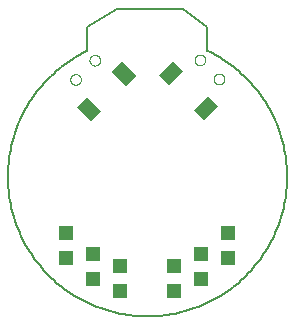
<source format=gtp>
G75*
%MOIN*%
%OFA0B0*%
%FSLAX25Y25*%
%IPPOS*%
%LPD*%
%AMOC8*
5,1,8,0,0,1.08239X$1,22.5*
%
%ADD10C,0.00600*%
%ADD11R,0.04724X0.04724*%
%ADD12C,0.00000*%
%ADD13R,0.06693X0.04724*%
D10*
X0031300Y0093300D02*
X0030276Y0092797D01*
X0029265Y0092269D01*
X0028267Y0091717D01*
X0027283Y0091140D01*
X0026314Y0090539D01*
X0025359Y0089915D01*
X0024420Y0089267D01*
X0023498Y0088597D01*
X0022591Y0087904D01*
X0021703Y0087189D01*
X0020832Y0086453D01*
X0019979Y0085695D01*
X0019145Y0084917D01*
X0018331Y0084118D01*
X0017536Y0083300D01*
X0016761Y0082463D01*
X0016008Y0081606D01*
X0015275Y0080732D01*
X0014565Y0079840D01*
X0013876Y0078931D01*
X0013210Y0078005D01*
X0012567Y0077063D01*
X0011947Y0076106D01*
X0011350Y0075133D01*
X0010778Y0074147D01*
X0010230Y0073146D01*
X0009707Y0072133D01*
X0009208Y0071107D01*
X0008735Y0070069D01*
X0008288Y0069020D01*
X0007867Y0067960D01*
X0007471Y0066890D01*
X0007102Y0065811D01*
X0006760Y0064723D01*
X0006444Y0063627D01*
X0006155Y0062523D01*
X0005894Y0061413D01*
X0005659Y0060297D01*
X0005452Y0059175D01*
X0005273Y0058049D01*
X0005122Y0056918D01*
X0004998Y0055784D01*
X0004902Y0054648D01*
X0004833Y0053509D01*
X0004793Y0052369D01*
X0004781Y0051229D01*
X0004797Y0050088D01*
X0004840Y0048948D01*
X0004912Y0047810D01*
X0005012Y0046674D01*
X0005139Y0045540D01*
X0005294Y0044410D01*
X0005477Y0043285D01*
X0005687Y0042163D01*
X0005925Y0041048D01*
X0006190Y0039938D01*
X0006482Y0038836D01*
X0006801Y0037741D01*
X0007147Y0036654D01*
X0007519Y0035576D01*
X0007918Y0034507D01*
X0008343Y0033449D01*
X0008793Y0032401D01*
X0009269Y0031364D01*
X0009771Y0030340D01*
X0010297Y0029328D01*
X0010848Y0028329D01*
X0011423Y0027344D01*
X0012023Y0026374D01*
X0012646Y0025418D01*
X0013292Y0024478D01*
X0013961Y0023555D01*
X0014652Y0022648D01*
X0015366Y0021758D01*
X0016101Y0020886D01*
X0016857Y0020032D01*
X0017634Y0019197D01*
X0018431Y0018381D01*
X0019248Y0017585D01*
X0020085Y0016809D01*
X0020940Y0016054D01*
X0021813Y0015321D01*
X0022704Y0014608D01*
X0023612Y0013918D01*
X0024537Y0013251D01*
X0025478Y0012606D01*
X0026434Y0011985D01*
X0027405Y0011387D01*
X0028391Y0010813D01*
X0029391Y0010263D01*
X0030403Y0009739D01*
X0031429Y0009239D01*
X0032466Y0008764D01*
X0033514Y0008315D01*
X0034574Y0007892D01*
X0035643Y0007495D01*
X0036722Y0007124D01*
X0037809Y0006780D01*
X0038905Y0006463D01*
X0040008Y0006172D01*
X0041117Y0005909D01*
X0042233Y0005673D01*
X0043355Y0005465D01*
X0044481Y0005284D01*
X0045611Y0005130D01*
X0046745Y0005005D01*
X0047881Y0004907D01*
X0049020Y0004837D01*
X0050159Y0004795D01*
X0051300Y0004781D01*
X0052441Y0004795D01*
X0053580Y0004837D01*
X0054719Y0004907D01*
X0055855Y0005005D01*
X0056989Y0005130D01*
X0058119Y0005284D01*
X0059245Y0005465D01*
X0060367Y0005673D01*
X0061483Y0005909D01*
X0062592Y0006172D01*
X0063695Y0006463D01*
X0064791Y0006780D01*
X0065878Y0007124D01*
X0066957Y0007495D01*
X0068026Y0007892D01*
X0069086Y0008315D01*
X0070134Y0008764D01*
X0071171Y0009239D01*
X0072197Y0009739D01*
X0073209Y0010263D01*
X0074209Y0010813D01*
X0075195Y0011387D01*
X0076166Y0011985D01*
X0077122Y0012606D01*
X0078063Y0013251D01*
X0078988Y0013918D01*
X0079896Y0014608D01*
X0080787Y0015321D01*
X0081660Y0016054D01*
X0082515Y0016809D01*
X0083352Y0017585D01*
X0084169Y0018381D01*
X0084966Y0019197D01*
X0085743Y0020032D01*
X0086499Y0020886D01*
X0087234Y0021758D01*
X0087948Y0022648D01*
X0088639Y0023555D01*
X0089308Y0024478D01*
X0089954Y0025418D01*
X0090577Y0026374D01*
X0091177Y0027344D01*
X0091752Y0028329D01*
X0092303Y0029328D01*
X0092829Y0030340D01*
X0093331Y0031364D01*
X0093807Y0032401D01*
X0094257Y0033449D01*
X0094682Y0034507D01*
X0095081Y0035576D01*
X0095453Y0036654D01*
X0095799Y0037741D01*
X0096118Y0038836D01*
X0096410Y0039938D01*
X0096675Y0041048D01*
X0096913Y0042163D01*
X0097123Y0043285D01*
X0097306Y0044410D01*
X0097461Y0045540D01*
X0097588Y0046674D01*
X0097688Y0047810D01*
X0097760Y0048948D01*
X0097803Y0050088D01*
X0097819Y0051229D01*
X0097807Y0052369D01*
X0097767Y0053509D01*
X0097698Y0054648D01*
X0097602Y0055784D01*
X0097478Y0056918D01*
X0097327Y0058049D01*
X0097148Y0059175D01*
X0096941Y0060297D01*
X0096706Y0061413D01*
X0096445Y0062523D01*
X0096156Y0063627D01*
X0095840Y0064723D01*
X0095498Y0065811D01*
X0095129Y0066890D01*
X0094733Y0067960D01*
X0094312Y0069020D01*
X0093865Y0070069D01*
X0093392Y0071107D01*
X0092893Y0072133D01*
X0092370Y0073146D01*
X0091822Y0074147D01*
X0091250Y0075133D01*
X0090653Y0076106D01*
X0090033Y0077063D01*
X0089390Y0078005D01*
X0088724Y0078931D01*
X0088035Y0079840D01*
X0087325Y0080732D01*
X0086592Y0081606D01*
X0085839Y0082463D01*
X0085064Y0083300D01*
X0084269Y0084118D01*
X0083455Y0084917D01*
X0082621Y0085695D01*
X0081768Y0086453D01*
X0080897Y0087189D01*
X0080009Y0087904D01*
X0079102Y0088597D01*
X0078180Y0089267D01*
X0077241Y0089915D01*
X0076286Y0090539D01*
X0075317Y0091140D01*
X0074333Y0091717D01*
X0073335Y0092269D01*
X0072324Y0092797D01*
X0071300Y0093300D01*
X0071300Y0101300D01*
X0063300Y0107300D01*
X0041300Y0107300D01*
X0031300Y0101300D01*
X0031300Y0093300D01*
D11*
X0024300Y0024166D03*
X0024300Y0032434D03*
X0033300Y0025434D03*
X0033300Y0017166D03*
X0042300Y0013166D03*
X0042300Y0021434D03*
X0060300Y0021434D03*
X0060300Y0013166D03*
X0069300Y0017166D03*
X0069300Y0025434D03*
X0078300Y0024166D03*
X0078300Y0032434D03*
D12*
X0073385Y0083875D02*
X0073387Y0083959D01*
X0073393Y0084042D01*
X0073403Y0084125D01*
X0073417Y0084208D01*
X0073434Y0084290D01*
X0073456Y0084371D01*
X0073481Y0084450D01*
X0073510Y0084529D01*
X0073543Y0084606D01*
X0073579Y0084681D01*
X0073619Y0084755D01*
X0073662Y0084827D01*
X0073709Y0084896D01*
X0073759Y0084963D01*
X0073812Y0085028D01*
X0073868Y0085090D01*
X0073926Y0085150D01*
X0073988Y0085207D01*
X0074052Y0085260D01*
X0074119Y0085311D01*
X0074188Y0085358D01*
X0074259Y0085403D01*
X0074332Y0085443D01*
X0074407Y0085480D01*
X0074484Y0085514D01*
X0074562Y0085544D01*
X0074641Y0085570D01*
X0074722Y0085593D01*
X0074804Y0085611D01*
X0074886Y0085626D01*
X0074969Y0085637D01*
X0075052Y0085644D01*
X0075136Y0085647D01*
X0075220Y0085646D01*
X0075303Y0085641D01*
X0075387Y0085632D01*
X0075469Y0085619D01*
X0075551Y0085603D01*
X0075632Y0085582D01*
X0075713Y0085558D01*
X0075791Y0085530D01*
X0075869Y0085498D01*
X0075945Y0085462D01*
X0076019Y0085423D01*
X0076091Y0085381D01*
X0076161Y0085335D01*
X0076229Y0085286D01*
X0076294Y0085234D01*
X0076357Y0085179D01*
X0076417Y0085121D01*
X0076475Y0085060D01*
X0076529Y0084996D01*
X0076581Y0084930D01*
X0076629Y0084862D01*
X0076674Y0084791D01*
X0076715Y0084718D01*
X0076754Y0084644D01*
X0076788Y0084568D01*
X0076819Y0084490D01*
X0076846Y0084411D01*
X0076870Y0084330D01*
X0076889Y0084249D01*
X0076905Y0084167D01*
X0076917Y0084084D01*
X0076925Y0084000D01*
X0076929Y0083917D01*
X0076929Y0083833D01*
X0076925Y0083750D01*
X0076917Y0083666D01*
X0076905Y0083583D01*
X0076889Y0083501D01*
X0076870Y0083420D01*
X0076846Y0083339D01*
X0076819Y0083260D01*
X0076788Y0083182D01*
X0076754Y0083106D01*
X0076715Y0083032D01*
X0076674Y0082959D01*
X0076629Y0082888D01*
X0076581Y0082820D01*
X0076529Y0082754D01*
X0076475Y0082690D01*
X0076417Y0082629D01*
X0076357Y0082571D01*
X0076294Y0082516D01*
X0076229Y0082464D01*
X0076161Y0082415D01*
X0076091Y0082369D01*
X0076019Y0082327D01*
X0075945Y0082288D01*
X0075869Y0082252D01*
X0075791Y0082220D01*
X0075713Y0082192D01*
X0075632Y0082168D01*
X0075551Y0082147D01*
X0075469Y0082131D01*
X0075387Y0082118D01*
X0075303Y0082109D01*
X0075220Y0082104D01*
X0075136Y0082103D01*
X0075052Y0082106D01*
X0074969Y0082113D01*
X0074886Y0082124D01*
X0074804Y0082139D01*
X0074722Y0082157D01*
X0074641Y0082180D01*
X0074562Y0082206D01*
X0074484Y0082236D01*
X0074407Y0082270D01*
X0074332Y0082307D01*
X0074259Y0082347D01*
X0074188Y0082392D01*
X0074119Y0082439D01*
X0074052Y0082490D01*
X0073988Y0082543D01*
X0073926Y0082600D01*
X0073868Y0082660D01*
X0073812Y0082722D01*
X0073759Y0082787D01*
X0073709Y0082854D01*
X0073662Y0082923D01*
X0073619Y0082995D01*
X0073579Y0083069D01*
X0073543Y0083144D01*
X0073510Y0083221D01*
X0073481Y0083300D01*
X0073456Y0083379D01*
X0073434Y0083460D01*
X0073417Y0083542D01*
X0073403Y0083625D01*
X0073393Y0083708D01*
X0073387Y0083791D01*
X0073385Y0083875D01*
X0066982Y0090278D02*
X0066984Y0090362D01*
X0066990Y0090445D01*
X0067000Y0090528D01*
X0067014Y0090611D01*
X0067031Y0090693D01*
X0067053Y0090774D01*
X0067078Y0090853D01*
X0067107Y0090932D01*
X0067140Y0091009D01*
X0067176Y0091084D01*
X0067216Y0091158D01*
X0067259Y0091230D01*
X0067306Y0091299D01*
X0067356Y0091366D01*
X0067409Y0091431D01*
X0067465Y0091493D01*
X0067523Y0091553D01*
X0067585Y0091610D01*
X0067649Y0091663D01*
X0067716Y0091714D01*
X0067785Y0091761D01*
X0067856Y0091806D01*
X0067929Y0091846D01*
X0068004Y0091883D01*
X0068081Y0091917D01*
X0068159Y0091947D01*
X0068238Y0091973D01*
X0068319Y0091996D01*
X0068401Y0092014D01*
X0068483Y0092029D01*
X0068566Y0092040D01*
X0068649Y0092047D01*
X0068733Y0092050D01*
X0068817Y0092049D01*
X0068900Y0092044D01*
X0068984Y0092035D01*
X0069066Y0092022D01*
X0069148Y0092006D01*
X0069229Y0091985D01*
X0069310Y0091961D01*
X0069388Y0091933D01*
X0069466Y0091901D01*
X0069542Y0091865D01*
X0069616Y0091826D01*
X0069688Y0091784D01*
X0069758Y0091738D01*
X0069826Y0091689D01*
X0069891Y0091637D01*
X0069954Y0091582D01*
X0070014Y0091524D01*
X0070072Y0091463D01*
X0070126Y0091399D01*
X0070178Y0091333D01*
X0070226Y0091265D01*
X0070271Y0091194D01*
X0070312Y0091121D01*
X0070351Y0091047D01*
X0070385Y0090971D01*
X0070416Y0090893D01*
X0070443Y0090814D01*
X0070467Y0090733D01*
X0070486Y0090652D01*
X0070502Y0090570D01*
X0070514Y0090487D01*
X0070522Y0090403D01*
X0070526Y0090320D01*
X0070526Y0090236D01*
X0070522Y0090153D01*
X0070514Y0090069D01*
X0070502Y0089986D01*
X0070486Y0089904D01*
X0070467Y0089823D01*
X0070443Y0089742D01*
X0070416Y0089663D01*
X0070385Y0089585D01*
X0070351Y0089509D01*
X0070312Y0089435D01*
X0070271Y0089362D01*
X0070226Y0089291D01*
X0070178Y0089223D01*
X0070126Y0089157D01*
X0070072Y0089093D01*
X0070014Y0089032D01*
X0069954Y0088974D01*
X0069891Y0088919D01*
X0069826Y0088867D01*
X0069758Y0088818D01*
X0069688Y0088772D01*
X0069616Y0088730D01*
X0069542Y0088691D01*
X0069466Y0088655D01*
X0069388Y0088623D01*
X0069310Y0088595D01*
X0069229Y0088571D01*
X0069148Y0088550D01*
X0069066Y0088534D01*
X0068984Y0088521D01*
X0068900Y0088512D01*
X0068817Y0088507D01*
X0068733Y0088506D01*
X0068649Y0088509D01*
X0068566Y0088516D01*
X0068483Y0088527D01*
X0068401Y0088542D01*
X0068319Y0088560D01*
X0068238Y0088583D01*
X0068159Y0088609D01*
X0068081Y0088639D01*
X0068004Y0088673D01*
X0067929Y0088710D01*
X0067856Y0088750D01*
X0067785Y0088795D01*
X0067716Y0088842D01*
X0067649Y0088893D01*
X0067585Y0088946D01*
X0067523Y0089003D01*
X0067465Y0089063D01*
X0067409Y0089125D01*
X0067356Y0089190D01*
X0067306Y0089257D01*
X0067259Y0089326D01*
X0067216Y0089398D01*
X0067176Y0089472D01*
X0067140Y0089547D01*
X0067107Y0089624D01*
X0067078Y0089703D01*
X0067053Y0089782D01*
X0067031Y0089863D01*
X0067014Y0089945D01*
X0067000Y0090028D01*
X0066990Y0090111D01*
X0066984Y0090194D01*
X0066982Y0090278D01*
X0031953Y0090157D02*
X0031955Y0090241D01*
X0031961Y0090324D01*
X0031971Y0090407D01*
X0031985Y0090490D01*
X0032002Y0090572D01*
X0032024Y0090653D01*
X0032049Y0090732D01*
X0032078Y0090811D01*
X0032111Y0090888D01*
X0032147Y0090963D01*
X0032187Y0091037D01*
X0032230Y0091109D01*
X0032277Y0091178D01*
X0032327Y0091245D01*
X0032380Y0091310D01*
X0032436Y0091372D01*
X0032494Y0091432D01*
X0032556Y0091489D01*
X0032620Y0091542D01*
X0032687Y0091593D01*
X0032756Y0091640D01*
X0032827Y0091685D01*
X0032900Y0091725D01*
X0032975Y0091762D01*
X0033052Y0091796D01*
X0033130Y0091826D01*
X0033209Y0091852D01*
X0033290Y0091875D01*
X0033372Y0091893D01*
X0033454Y0091908D01*
X0033537Y0091919D01*
X0033620Y0091926D01*
X0033704Y0091929D01*
X0033788Y0091928D01*
X0033871Y0091923D01*
X0033955Y0091914D01*
X0034037Y0091901D01*
X0034119Y0091885D01*
X0034200Y0091864D01*
X0034281Y0091840D01*
X0034359Y0091812D01*
X0034437Y0091780D01*
X0034513Y0091744D01*
X0034587Y0091705D01*
X0034659Y0091663D01*
X0034729Y0091617D01*
X0034797Y0091568D01*
X0034862Y0091516D01*
X0034925Y0091461D01*
X0034985Y0091403D01*
X0035043Y0091342D01*
X0035097Y0091278D01*
X0035149Y0091212D01*
X0035197Y0091144D01*
X0035242Y0091073D01*
X0035283Y0091000D01*
X0035322Y0090926D01*
X0035356Y0090850D01*
X0035387Y0090772D01*
X0035414Y0090693D01*
X0035438Y0090612D01*
X0035457Y0090531D01*
X0035473Y0090449D01*
X0035485Y0090366D01*
X0035493Y0090282D01*
X0035497Y0090199D01*
X0035497Y0090115D01*
X0035493Y0090032D01*
X0035485Y0089948D01*
X0035473Y0089865D01*
X0035457Y0089783D01*
X0035438Y0089702D01*
X0035414Y0089621D01*
X0035387Y0089542D01*
X0035356Y0089464D01*
X0035322Y0089388D01*
X0035283Y0089314D01*
X0035242Y0089241D01*
X0035197Y0089170D01*
X0035149Y0089102D01*
X0035097Y0089036D01*
X0035043Y0088972D01*
X0034985Y0088911D01*
X0034925Y0088853D01*
X0034862Y0088798D01*
X0034797Y0088746D01*
X0034729Y0088697D01*
X0034659Y0088651D01*
X0034587Y0088609D01*
X0034513Y0088570D01*
X0034437Y0088534D01*
X0034359Y0088502D01*
X0034281Y0088474D01*
X0034200Y0088450D01*
X0034119Y0088429D01*
X0034037Y0088413D01*
X0033955Y0088400D01*
X0033871Y0088391D01*
X0033788Y0088386D01*
X0033704Y0088385D01*
X0033620Y0088388D01*
X0033537Y0088395D01*
X0033454Y0088406D01*
X0033372Y0088421D01*
X0033290Y0088439D01*
X0033209Y0088462D01*
X0033130Y0088488D01*
X0033052Y0088518D01*
X0032975Y0088552D01*
X0032900Y0088589D01*
X0032827Y0088629D01*
X0032756Y0088674D01*
X0032687Y0088721D01*
X0032620Y0088772D01*
X0032556Y0088825D01*
X0032494Y0088882D01*
X0032436Y0088942D01*
X0032380Y0089004D01*
X0032327Y0089069D01*
X0032277Y0089136D01*
X0032230Y0089205D01*
X0032187Y0089277D01*
X0032147Y0089351D01*
X0032111Y0089426D01*
X0032078Y0089503D01*
X0032049Y0089582D01*
X0032024Y0089661D01*
X0032002Y0089742D01*
X0031985Y0089824D01*
X0031971Y0089907D01*
X0031961Y0089990D01*
X0031955Y0090073D01*
X0031953Y0090157D01*
X0025550Y0083754D02*
X0025552Y0083838D01*
X0025558Y0083921D01*
X0025568Y0084004D01*
X0025582Y0084087D01*
X0025599Y0084169D01*
X0025621Y0084250D01*
X0025646Y0084329D01*
X0025675Y0084408D01*
X0025708Y0084485D01*
X0025744Y0084560D01*
X0025784Y0084634D01*
X0025827Y0084706D01*
X0025874Y0084775D01*
X0025924Y0084842D01*
X0025977Y0084907D01*
X0026033Y0084969D01*
X0026091Y0085029D01*
X0026153Y0085086D01*
X0026217Y0085139D01*
X0026284Y0085190D01*
X0026353Y0085237D01*
X0026424Y0085282D01*
X0026497Y0085322D01*
X0026572Y0085359D01*
X0026649Y0085393D01*
X0026727Y0085423D01*
X0026806Y0085449D01*
X0026887Y0085472D01*
X0026969Y0085490D01*
X0027051Y0085505D01*
X0027134Y0085516D01*
X0027217Y0085523D01*
X0027301Y0085526D01*
X0027385Y0085525D01*
X0027468Y0085520D01*
X0027552Y0085511D01*
X0027634Y0085498D01*
X0027716Y0085482D01*
X0027797Y0085461D01*
X0027878Y0085437D01*
X0027956Y0085409D01*
X0028034Y0085377D01*
X0028110Y0085341D01*
X0028184Y0085302D01*
X0028256Y0085260D01*
X0028326Y0085214D01*
X0028394Y0085165D01*
X0028459Y0085113D01*
X0028522Y0085058D01*
X0028582Y0085000D01*
X0028640Y0084939D01*
X0028694Y0084875D01*
X0028746Y0084809D01*
X0028794Y0084741D01*
X0028839Y0084670D01*
X0028880Y0084597D01*
X0028919Y0084523D01*
X0028953Y0084447D01*
X0028984Y0084369D01*
X0029011Y0084290D01*
X0029035Y0084209D01*
X0029054Y0084128D01*
X0029070Y0084046D01*
X0029082Y0083963D01*
X0029090Y0083879D01*
X0029094Y0083796D01*
X0029094Y0083712D01*
X0029090Y0083629D01*
X0029082Y0083545D01*
X0029070Y0083462D01*
X0029054Y0083380D01*
X0029035Y0083299D01*
X0029011Y0083218D01*
X0028984Y0083139D01*
X0028953Y0083061D01*
X0028919Y0082985D01*
X0028880Y0082911D01*
X0028839Y0082838D01*
X0028794Y0082767D01*
X0028746Y0082699D01*
X0028694Y0082633D01*
X0028640Y0082569D01*
X0028582Y0082508D01*
X0028522Y0082450D01*
X0028459Y0082395D01*
X0028394Y0082343D01*
X0028326Y0082294D01*
X0028256Y0082248D01*
X0028184Y0082206D01*
X0028110Y0082167D01*
X0028034Y0082131D01*
X0027956Y0082099D01*
X0027878Y0082071D01*
X0027797Y0082047D01*
X0027716Y0082026D01*
X0027634Y0082010D01*
X0027552Y0081997D01*
X0027468Y0081988D01*
X0027385Y0081983D01*
X0027301Y0081982D01*
X0027217Y0081985D01*
X0027134Y0081992D01*
X0027051Y0082003D01*
X0026969Y0082018D01*
X0026887Y0082036D01*
X0026806Y0082059D01*
X0026727Y0082085D01*
X0026649Y0082115D01*
X0026572Y0082149D01*
X0026497Y0082186D01*
X0026424Y0082226D01*
X0026353Y0082271D01*
X0026284Y0082318D01*
X0026217Y0082369D01*
X0026153Y0082422D01*
X0026091Y0082479D01*
X0026033Y0082539D01*
X0025977Y0082601D01*
X0025924Y0082666D01*
X0025874Y0082733D01*
X0025827Y0082802D01*
X0025784Y0082874D01*
X0025744Y0082948D01*
X0025708Y0083023D01*
X0025675Y0083100D01*
X0025646Y0083179D01*
X0025621Y0083258D01*
X0025599Y0083339D01*
X0025582Y0083421D01*
X0025568Y0083504D01*
X0025558Y0083587D01*
X0025552Y0083670D01*
X0025550Y0083754D01*
D13*
G36*
X0032471Y0069975D02*
X0027740Y0074706D01*
X0031081Y0078047D01*
X0035812Y0073316D01*
X0032471Y0069975D01*
G37*
G36*
X0044164Y0081667D02*
X0039433Y0086398D01*
X0042774Y0089739D01*
X0047505Y0085008D01*
X0044164Y0081667D01*
G37*
G36*
X0054975Y0085129D02*
X0059706Y0089860D01*
X0063047Y0086519D01*
X0058316Y0081788D01*
X0054975Y0085129D01*
G37*
G36*
X0066667Y0073436D02*
X0071398Y0078167D01*
X0074739Y0074826D01*
X0070008Y0070095D01*
X0066667Y0073436D01*
G37*
M02*

</source>
